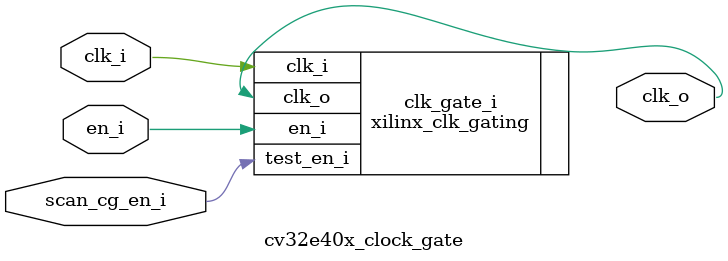
<source format=sv>

module cv32e40x_clock_gate 
#(
  parameter LIB = 0
)
(
    input  logic clk_i,
    input  logic en_i,
    input  logic scan_cg_en_i,
    output logic clk_o
);

  xilinx_clk_gating clk_gate_i (
      .clk_i,
      .en_i,
      .test_en_i(scan_cg_en_i),
      .clk_o
  );

endmodule  // cv32e40x_clock_gate

</source>
